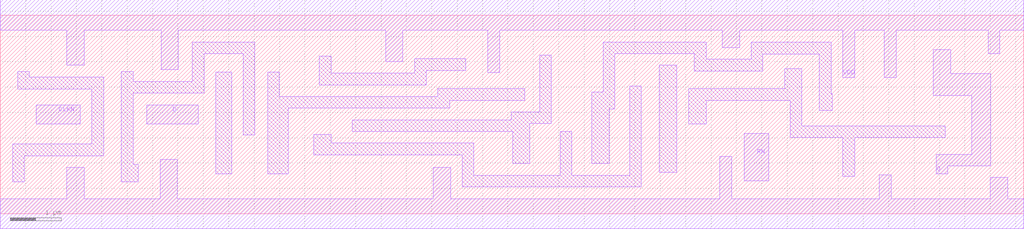
<source format=lef>
# Copyright 2022 GlobalFoundries PDK Authors
#
# Licensed under the Apache License, Version 2.0 (the "License");
# you may not use this file except in compliance with the License.
# You may obtain a copy of the License at
#
#      http://www.apache.org/licenses/LICENSE-2.0
#
# Unless required by applicable law or agreed to in writing, software
# distributed under the License is distributed on an "AS IS" BASIS,
# WITHOUT WARRANTIES OR CONDITIONS OF ANY KIND, either express or implied.
# See the License for the specific language governing permissions and
# limitations under the License.

MACRO gf180mcu_fd_sc_mcu7t5v0__dffnrnq_2
  CLASS core ;
  FOREIGN gf180mcu_fd_sc_mcu7t5v0__dffnrnq_2 0.0 0.0 ;
  ORIGIN 0 0 ;
  SYMMETRY X Y ;
  SITE GF018hv5v_mcu_sc7 ;
  SIZE 20.16 BY 3.92 ;
  PIN D
    DIRECTION INPUT ;
    ANTENNAGATEAREA 0.614 ;
    PORT
      LAYER Metal1 ;
        POLYGON 2.89 1.77 3.895 1.77 3.895 2.15 2.89 2.15  ;
    END
  END D
  PIN RN
    DIRECTION INPUT ;
    ANTENNAGATEAREA 1.393 ;
    PORT
      LAYER Metal1 ;
        POLYGON 14.65 0.65 15.14 0.65 15.14 1.59 14.65 1.59  ;
    END
  END RN
  PIN CLKN
    DIRECTION INPUT ;
    USE clock ;
    ANTENNAGATEAREA 0.6755 ;
    PORT
      LAYER Metal1 ;
        POLYGON 0.71 1.77 1.575 1.77 1.575 2.15 0.71 2.15  ;
    END
  END CLKN
  PIN Q
    DIRECTION OUTPUT ;
    ANTENNADIFFAREA 1.0296 ;
    PORT
      LAYER Metal1 ;
        POLYGON 18.38 2.33 18.61 2.33 19.13 2.33 19.13 1.175 18.435 1.175 18.435 0.79 18.665 0.79 18.665 0.945 19.51 0.945 19.51 2.765 18.72 2.765 18.72 3.235 18.61 3.235 18.38 3.235  ;
    END
  END Q
  PIN VDD
    DIRECTION INOUT ;
    USE power ;
    SHAPE ABUTMENT ;
    PORT
      LAYER Metal1 ;
        POLYGON 0 3.62 1.31 3.62 1.31 2.93 1.65 2.93 1.65 3.62 2.035 3.62 3.17 3.62 3.17 2.845 3.51 2.845 3.51 3.62 5.015 3.62 7.59 3.62 7.59 3.005 7.93 3.005 7.93 3.62 9.17 3.62 9.605 3.62 9.605 2.79 9.835 2.79 9.835 3.62 10.33 3.62 10.855 3.62 14.22 3.62 14.22 3.28 14.56 3.28 14.56 3.62 16.385 3.62 16.595 3.62 16.595 2.69 16.825 2.69 16.825 3.62 17.415 3.62 17.415 2.69 17.645 2.69 17.645 3.62 18.61 3.62 19.455 3.62 19.455 3.16 19.685 3.16 19.685 3.62 20.16 3.62 20.16 4.22 18.61 4.22 16.385 4.22 10.855 4.22 10.33 4.22 9.17 4.22 5.015 4.22 2.035 4.22 0 4.22  ;
    END
  END VDD
  PIN VSS
    DIRECTION INOUT ;
    USE ground ;
    SHAPE ABUTMENT ;
    PORT
      LAYER Metal1 ;
        POLYGON 0 -0.3 20.16 -0.3 20.16 0.3 19.84 0.3 19.84 0.715 19.5 0.715 19.5 0.3 17.545 0.3 17.545 0.765 17.315 0.765 17.315 0.3 14.405 0.3 14.405 1.13 14.175 1.13 14.175 0.3 8.87 0.3 8.87 0.915 8.53 0.915 8.53 0.3 3.49 0.3 3.49 1.075 3.15 1.075 3.15 0.3 1.65 0.3 1.65 0.915 1.31 0.915 1.31 0.3 0 0.3  ;
    END
  END VSS
  OBS
      LAYER Metal1 ;
        POLYGON 0.345 2.465 1.805 2.465 1.805 1.375 0.245 1.375 0.245 0.63 0.475 0.63 0.475 1.145 2.035 1.145 2.035 2.7 0.575 2.7 0.575 2.805 0.345 2.805  ;
        POLYGON 4.245 0.79 4.555 0.79 4.555 2.8 4.245 2.8  ;
        POLYGON 2.615 2.38 4.015 2.38 4.015 3.16 4.785 3.16 4.785 1.555 5.015 1.555 5.015 3.39 3.785 3.39 3.785 2.61 2.615 2.61 2.615 2.805 2.385 2.805 2.385 0.63 2.715 0.63 2.715 0.97 2.615 0.97  ;
        POLYGON 6.285 2.545 8.39 2.545 8.39 2.83 9.17 2.83 9.17 3.06 8.16 3.06 8.16 2.775 6.515 2.775 6.515 3.115 6.285 3.115  ;
        POLYGON 5.265 0.79 5.675 0.79 5.675 2.085 8.85 2.085 8.85 2.24 10.33 2.24 10.33 2.47 8.62 2.47 8.62 2.315 5.495 2.315 5.495 2.8 5.265 2.8  ;
        POLYGON 6.93 1.625 10.09 1.625 10.09 0.99 10.43 0.99 10.43 1.78 10.855 1.78 10.855 3.13 10.625 3.13 10.625 2.01 10.06 2.01 10.06 1.855 6.93 1.855  ;
        POLYGON 6.17 1.165 9.1 1.165 9.1 0.53 12.625 0.53 12.625 2.525 12.395 2.525 12.395 0.76 11.255 0.76 11.255 1.62 11.025 1.62 11.025 0.76 9.33 0.76 9.33 1.395 6.515 1.395 6.515 1.565 6.17 1.565  ;
        POLYGON 12.98 0.82 13.32 0.82 13.32 2.93 12.98 2.93  ;
        POLYGON 11.645 0.99 11.995 0.99 11.995 2.065 12.105 2.065 12.105 3.16 13.67 3.16 13.67 2.815 15.02 2.815 15.02 3.155 16.135 3.155 16.135 2.035 16.385 2.035 16.385 2.375 16.365 2.375 16.365 3.39 14.79 3.39 14.79 3.05 13.9 3.05 13.9 3.39 11.875 3.39 11.875 2.405 11.645 2.405  ;
        POLYGON 13.56 1.77 13.9 1.77 13.9 2.235 15.56 2.235 15.56 1.505 16.595 1.505 16.595 0.74 16.825 0.74 16.825 1.505 18.61 1.505 18.61 1.735 15.79 1.735 15.79 2.87 15.45 2.87 15.45 2.47 13.56 2.47  ;
  END
END gf180mcu_fd_sc_mcu7t5v0__dffnrnq_2

</source>
